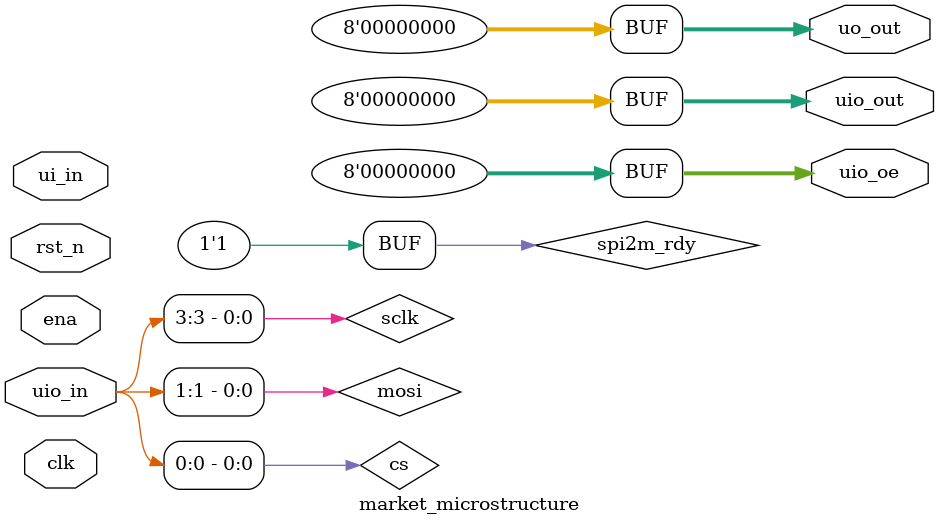
<source format=v>
/*
 * Copyright (c) 2024 Your Name
 * SPDX-License-Identifier: Apache-2.0
 */


 /*
  
  * Project description:
  * This project will aim to tackle three main modules. 
  * - SPI module to receive tick data
  * - Feature extraction engine that maintains top-of-book state and computes
  *   fixed-point metrics including order book imbalance and EWMA-based
  *   momentum signals.
  * - VGA rendering module that generates real-time visualizations of price,
  *  liquidity depth, and breakout indicators using pixel-level combinational
  
*/
`include "spi/spiModule.v"

`default_nettype none
module market_microstructure (
    input  wire [7:0] ui_in,    // Dedicated inputs
    output wire [7:0] uo_out,   // Dedicated outputs
    input  wire [7:0] uio_in,   // IOs: Input path
    output wire [7:0] uio_out,  // IOs: Output path
    output wire [7:0] uio_oe,   // IOs: Enable path (active high: 0=input, 1=output)
    input  wire       ena,      // always 1 when the design is powered, so you can ignore it
    input  wire       clk,      // clock
    input  wire       rst_n     // reset_n - low to reset
);

  // All output pins must be assigned. If not used, assign to 0.
  assign uo_out  = 0;
  assign uio_out = 0;
  assign uio_oe  = 8'b00000000;

  // List all unused inputs to prevent warnings
  wire _unused = &{ena, ui_in};

  // Currently we have unused miso. Could use if have extra gates and time. 
  // assign uio_out[2] = miso;

  wire cs   = uio_in[0];
  wire mosi = uio_in[1];
  wire sclk = uio_in[3];
  wire rst  = ~rst_n; // High reset

  wire       spi2m_val; // note for variable can only be reg if assigned in the module
  wire       spi2m_rdy = 1'b1;
  wire [7:0] spi2m_data;

  spiModule spi (
    .clk     (clk),
    .rst     (rst),
    .cs      (cs),
    .mosi    (mosi),
    .miso    (/*unused*/),
    .sclk    (sclk),
    .data_out(spi2m_data),
    .val     (spi2m_val),
    .rdy     (spi2m_rdy)
  );



endmodule

</source>
